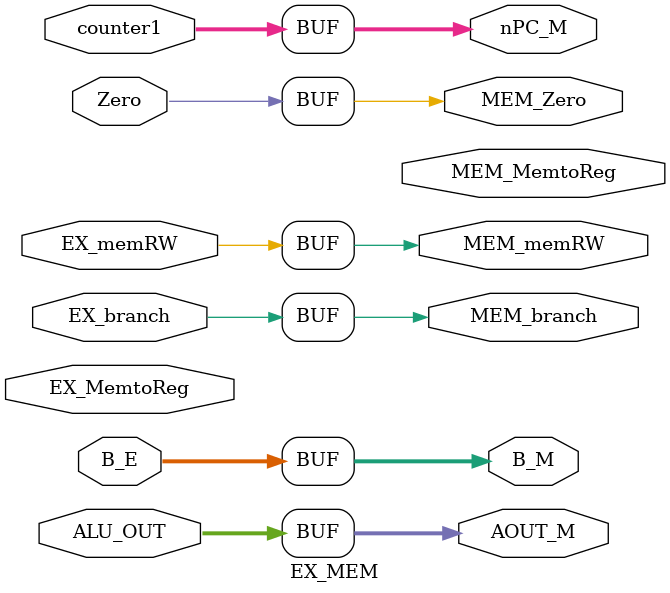
<source format=v>
module EX_MEM (counter1, Zero, ALU_OUT, B_E, EX_branch, EX_memRW, EX_MemtoReg,
nPC_M, MEM_Zero, AOUT_M, B_M, MEM_branch, MEM_memRW, MEM_MemtoReg);

    input [31:0] counter1;
    input Zero;
    input [31:0] ALU_OUT;
    input [31:0] B_E;
    input EX_branch;
    input EX_memRW;
    input EX_MemtoReg;

    output reg [31:0] nPC_M;
    output reg MEM_Zero;
    output reg [31:0] AOUT_M;
    output reg [31:0] B_M;
    output reg MEM_branch;
    output reg MEM_memRW;
    output reg MEM_MemtoReg;

    always @(*) begin
        nPC_M <= counter1;
        MEM_Zero <= Zero;
        AOUT_M <= ALU_OUT;
        B_M <= B_E;
        MEM_branch <= EX_branch;
        MEM_memRW <= EX_memRW;
    end


endmodule
</source>
